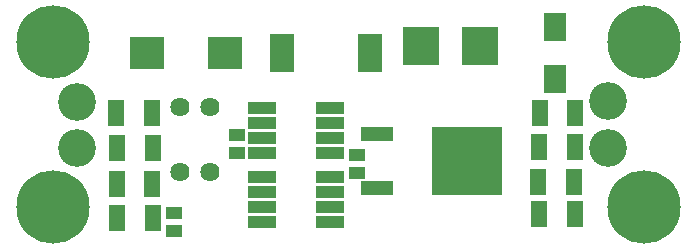
<source format=gbr>
G04 EAGLE Gerber RS-274X export*
G75*
%MOMM*%
%FSLAX34Y34*%
%LPD*%
%INSoldermask Top*%
%IPPOS*%
%AMOC8*
5,1,8,0,0,1.08239X$1,22.5*%
G01*
%ADD10R,1.403200X2.203200*%
%ADD11R,2.003200X3.203200*%
%ADD12R,1.903200X2.453200*%
%ADD13R,3.053200X3.203200*%
%ADD14C,1.625600*%
%ADD15R,2.403200X1.003200*%
%ADD16R,1.403200X1.103200*%
%ADD17R,2.903200X2.703200*%
%ADD18R,2.803200X1.263200*%
%ADD19R,5.903200X5.835200*%
%ADD20C,3.203200*%
%ADD21C,6.203200*%


D10*
X93500Y119900D03*
X123500Y119900D03*
X451900Y120200D03*
X481900Y120200D03*
D11*
X233800Y170800D03*
X307800Y170800D03*
D12*
X465200Y148650D03*
X465200Y193150D03*
D13*
X351050Y176300D03*
X401550Y176300D03*
D14*
X172400Y70000D03*
X147000Y70000D03*
X147200Y124600D03*
X172600Y124600D03*
D15*
X274300Y65850D03*
X274300Y53150D03*
X274300Y40450D03*
X274300Y27750D03*
X216900Y65850D03*
X216900Y53150D03*
X216900Y40450D03*
X216900Y27750D03*
X274200Y124550D03*
X274200Y111850D03*
X274200Y99150D03*
X274200Y86450D03*
X216800Y124550D03*
X216800Y111850D03*
X216800Y99150D03*
X216800Y86450D03*
D16*
X142100Y19900D03*
X142100Y34900D03*
X195900Y86200D03*
X195900Y101200D03*
X297600Y69200D03*
X297600Y84200D03*
D17*
X119100Y170700D03*
X185100Y170700D03*
D18*
X314100Y56140D03*
X314100Y101860D03*
D19*
X390100Y79000D03*
D10*
X94100Y90400D03*
X124100Y90400D03*
X93900Y59900D03*
X123900Y59900D03*
X94300Y31100D03*
X124300Y31100D03*
X451400Y91300D03*
X481400Y91300D03*
X450800Y61800D03*
X480800Y61800D03*
X451700Y34200D03*
X481700Y34200D03*
D20*
X59700Y129500D03*
X510000Y130000D03*
D21*
X40000Y180000D03*
X40000Y40000D03*
X540000Y40000D03*
X540000Y180000D03*
D20*
X510000Y90000D03*
X60000Y90000D03*
M02*

</source>
